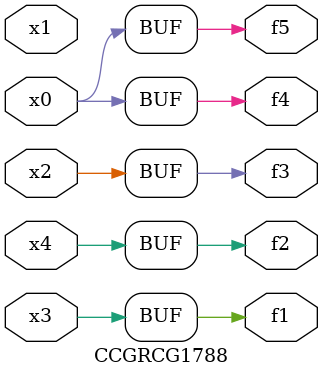
<source format=v>
module CCGRCG1788(
	input x0, x1, x2, x3, x4,
	output f1, f2, f3, f4, f5
);
	assign f1 = x3;
	assign f2 = x4;
	assign f3 = x2;
	assign f4 = x0;
	assign f5 = x0;
endmodule

</source>
